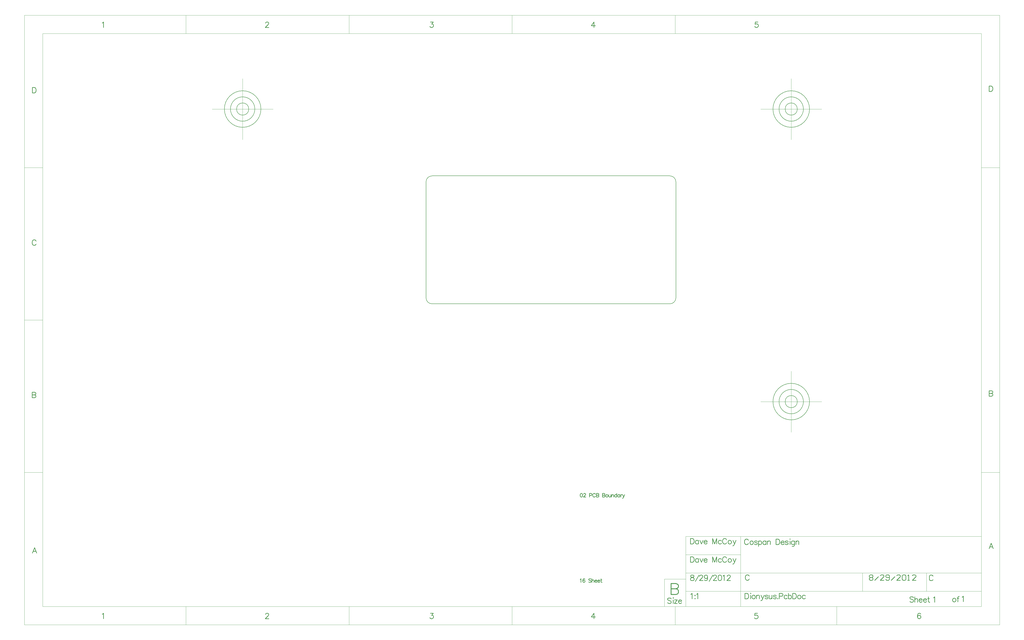
<source format=gko>
%FSLAX25Y25*%
%MOIN*%
G70*
G01*
G75*
G04 Layer_Color=16711935*
%ADD10O,0.06102X0.02165*%
%ADD11R,0.04921X0.01378*%
%ADD12O,0.07087X0.01181*%
%ADD13O,0.01181X0.07087*%
%ADD14R,0.02362X0.03937*%
%ADD15R,0.01772X0.03937*%
%ADD16R,0.07480X0.02835*%
%ADD17R,0.04921X0.07284*%
%ADD18R,0.09843X0.03543*%
%ADD19R,0.00984X0.03150*%
%ADD20R,0.07087X0.11811*%
%ADD21R,0.05118X0.09055*%
%ADD22R,0.07087X0.07480*%
%ADD23R,0.05512X0.06299*%
%ADD24R,0.05315X0.01575*%
%ADD25R,0.07874X0.04724*%
%ADD26R,0.04331X0.12598*%
%ADD27R,0.02953X0.02559*%
%ADD28R,0.02756X0.01969*%
%ADD29R,0.01969X0.02756*%
%ADD30R,0.05906X0.05118*%
%ADD31R,0.02362X0.01969*%
%ADD32R,0.02559X0.02953*%
%ADD33R,0.01969X0.02362*%
%ADD34C,0.00600*%
%ADD35C,0.01000*%
%ADD36C,0.01500*%
%ADD37C,0.02000*%
%ADD38C,0.03000*%
%ADD39C,0.00400*%
%ADD40C,0.00200*%
%ADD41C,0.01400*%
%ADD42C,0.05906*%
%ADD43C,0.03937*%
%ADD44C,0.06000*%
%ADD45C,0.02400*%
%ADD46C,0.04000*%
%ADD47C,0.06416*%
G04:AMPARAMS|DCode=48|XSize=80.157mil|YSize=80.157mil|CornerRadius=0mil|HoleSize=0mil|Usage=FLASHONLY|Rotation=0.000|XOffset=0mil|YOffset=0mil|HoleType=Round|Shape=Relief|Width=8mil|Gap=10mil|Entries=4|*
%AMTHD48*
7,0,0,0.08016,0.06016,0.00800,45*
%
%ADD48THD48*%
%ADD49C,0.08699*%
%ADD50C,0.09487*%
%ADD51C,0.14900*%
%ADD52C,0.06400*%
G04:AMPARAMS|DCode=53|XSize=80mil|YSize=80mil|CornerRadius=0mil|HoleSize=0mil|Usage=FLASHONLY|Rotation=0.000|XOffset=0mil|YOffset=0mil|HoleType=Round|Shape=Relief|Width=8mil|Gap=10mil|Entries=4|*
%AMTHD53*
7,0,0,0.08000,0.06000,0.00800,45*
%
%ADD53THD53*%
G04:AMPARAMS|DCode=54|XSize=50mil|YSize=50mil|CornerRadius=0mil|HoleSize=0mil|Usage=FLASHONLY|Rotation=0.000|XOffset=0mil|YOffset=0mil|HoleType=Round|Shape=Relief|Width=8mil|Gap=10mil|Entries=4|*
%AMTHD54*
7,0,0,0.05000,0.03000,0.00800,45*
%
%ADD54THD54*%
%ADD55C,0.03400*%
%ADD56C,0.00984*%
%ADD57C,0.02362*%
%ADD58C,0.00787*%
%ADD59C,0.00394*%
%ADD60O,0.06702X0.02765*%
%ADD61R,0.05521X0.01978*%
%ADD62O,0.07687X0.01781*%
%ADD63O,0.01781X0.07687*%
%ADD64R,0.02962X0.04537*%
%ADD65R,0.02372X0.04537*%
%ADD66R,0.08080X0.03435*%
%ADD67R,0.05521X0.07883*%
%ADD68R,0.10394X0.04095*%
%ADD69R,0.01535X0.03701*%
%ADD70R,0.07687X0.12411*%
%ADD71R,0.05718X0.09655*%
%ADD72R,0.07687X0.08080*%
%ADD73R,0.06112X0.06899*%
%ADD74R,0.05915X0.02175*%
%ADD75R,0.08474X0.05324*%
%ADD76R,0.04931X0.13198*%
%ADD77R,0.03553X0.03159*%
%ADD78R,0.03356X0.02569*%
%ADD79R,0.02569X0.03356*%
%ADD80R,0.06506X0.05718*%
%ADD81R,0.02962X0.02569*%
%ADD82R,0.03159X0.03553*%
%ADD83R,0.02569X0.02962*%
%ADD84C,0.06506*%
%ADD85C,0.04537*%
%ADD86C,0.00300*%
%ADD87C,0.06600*%
%ADD88C,0.03000*%
D34*
X610000Y-160000D02*
G03*
X610000Y-160000I-10000J0D01*
G01*
X620000D02*
G03*
X620000Y-160000I-20000J0D01*
G01*
X630000D02*
G03*
X630000Y-160000I-30000J0D01*
G01*
X610000Y320000D02*
G03*
X610000Y320000I-10000J0D01*
G01*
X620000D02*
G03*
X620000Y320000I-20000J0D01*
G01*
X630000D02*
G03*
X630000Y320000I-30000J0D01*
G01*
X-290000D02*
G03*
X-290000Y320000I-10000J0D01*
G01*
X-280000D02*
G03*
X-280000Y320000I-20000J0D01*
G01*
X-270000D02*
G03*
X-270000Y320000I-30000J0D01*
G01*
X800Y10400D02*
G03*
X10800Y400I10000J0D01*
G01*
Y210400D02*
G03*
X800Y200400I0J-10000D01*
G01*
X410800D02*
G03*
X400800Y210400I-10000J0D01*
G01*
Y400D02*
G03*
X410800Y10400I0J10000D01*
G01*
X800D02*
Y200400D01*
X10800Y400D02*
X400800D01*
X410800Y10400D02*
Y200400D01*
X10800Y210400D02*
X400800D01*
D35*
X255214Y-310501D02*
X254357Y-310787D01*
X253786Y-311644D01*
X253500Y-313072D01*
Y-313929D01*
X253786Y-315357D01*
X254357Y-316214D01*
X255214Y-316500D01*
X255785D01*
X256642Y-316214D01*
X257213Y-315357D01*
X257499Y-313929D01*
Y-313072D01*
X257213Y-311644D01*
X256642Y-310787D01*
X255785Y-310501D01*
X255214D01*
X259127Y-311930D02*
Y-311644D01*
X259413Y-311073D01*
X259699Y-310787D01*
X260270Y-310501D01*
X261413D01*
X261984Y-310787D01*
X262269Y-311073D01*
X262555Y-311644D01*
Y-312215D01*
X262269Y-312787D01*
X261698Y-313644D01*
X258842Y-316500D01*
X262841D01*
X268897Y-313644D02*
X271468D01*
X272324Y-313358D01*
X272610Y-313072D01*
X272896Y-312501D01*
Y-311644D01*
X272610Y-311073D01*
X272324Y-310787D01*
X271468Y-310501D01*
X268897D01*
Y-316500D01*
X278523Y-311930D02*
X278238Y-311358D01*
X277666Y-310787D01*
X277095Y-310501D01*
X275952D01*
X275381Y-310787D01*
X274810Y-311358D01*
X274524Y-311930D01*
X274238Y-312787D01*
Y-314215D01*
X274524Y-315072D01*
X274810Y-315643D01*
X275381Y-316214D01*
X275952Y-316500D01*
X277095D01*
X277666Y-316214D01*
X278238Y-315643D01*
X278523Y-315072D01*
X280209Y-310501D02*
Y-316500D01*
Y-310501D02*
X282779D01*
X283636Y-310787D01*
X283922Y-311073D01*
X284208Y-311644D01*
Y-312215D01*
X283922Y-312787D01*
X283636Y-313072D01*
X282779Y-313358D01*
X280209D02*
X282779D01*
X283636Y-313644D01*
X283922Y-313929D01*
X284208Y-314500D01*
Y-315357D01*
X283922Y-315929D01*
X283636Y-316214D01*
X282779Y-316500D01*
X280209D01*
X290264Y-310501D02*
Y-316500D01*
Y-310501D02*
X292834D01*
X293691Y-310787D01*
X293977Y-311073D01*
X294263Y-311644D01*
Y-312215D01*
X293977Y-312787D01*
X293691Y-313072D01*
X292834Y-313358D01*
X290264D02*
X292834D01*
X293691Y-313644D01*
X293977Y-313929D01*
X294263Y-314500D01*
Y-315357D01*
X293977Y-315929D01*
X293691Y-316214D01*
X292834Y-316500D01*
X290264D01*
X297034Y-312501D02*
X296462Y-312787D01*
X295891Y-313358D01*
X295605Y-314215D01*
Y-314786D01*
X295891Y-315643D01*
X296462Y-316214D01*
X297034Y-316500D01*
X297890D01*
X298462Y-316214D01*
X299033Y-315643D01*
X299319Y-314786D01*
Y-314215D01*
X299033Y-313358D01*
X298462Y-312787D01*
X297890Y-312501D01*
X297034D01*
X300633D02*
Y-315357D01*
X300918Y-316214D01*
X301490Y-316500D01*
X302347D01*
X302918Y-316214D01*
X303775Y-315357D01*
Y-312501D02*
Y-316500D01*
X305346Y-312501D02*
Y-316500D01*
Y-313644D02*
X306203Y-312787D01*
X306774Y-312501D01*
X307631D01*
X308203Y-312787D01*
X308488Y-313644D01*
Y-316500D01*
X313487Y-310501D02*
Y-316500D01*
Y-313358D02*
X312916Y-312787D01*
X312345Y-312501D01*
X311488D01*
X310916Y-312787D01*
X310345Y-313358D01*
X310059Y-314215D01*
Y-314786D01*
X310345Y-315643D01*
X310916Y-316214D01*
X311488Y-316500D01*
X312345D01*
X312916Y-316214D01*
X313487Y-315643D01*
X318515Y-312501D02*
Y-316500D01*
Y-313358D02*
X317943Y-312787D01*
X317372Y-312501D01*
X316515D01*
X315944Y-312787D01*
X315372Y-313358D01*
X315087Y-314215D01*
Y-314786D01*
X315372Y-315643D01*
X315944Y-316214D01*
X316515Y-316500D01*
X317372D01*
X317943Y-316214D01*
X318515Y-315643D01*
X320114Y-312501D02*
Y-316500D01*
Y-314215D02*
X320400Y-313358D01*
X320971Y-312787D01*
X321543Y-312501D01*
X322399D01*
X323228D02*
X324942Y-316500D01*
X326656Y-312501D02*
X324942Y-316500D01*
X324371Y-317643D01*
X323799Y-318214D01*
X323228Y-318500D01*
X322942D01*
X924500Y-142002D02*
Y-151000D01*
Y-142002D02*
X928356D01*
X929642Y-142430D01*
X930070Y-142859D01*
X930499Y-143716D01*
Y-144573D01*
X930070Y-145430D01*
X929642Y-145858D01*
X928356Y-146287D01*
X924500D02*
X928356D01*
X929642Y-146715D01*
X930070Y-147144D01*
X930499Y-148001D01*
Y-149286D01*
X930070Y-150143D01*
X929642Y-150572D01*
X928356Y-151000D01*
X924500D01*
X-638144Y-408500D02*
X-641572Y-399502D01*
X-645000Y-408500D01*
X-643715Y-405501D02*
X-639430D01*
X-645500Y-144502D02*
Y-153500D01*
Y-144502D02*
X-641644D01*
X-640358Y-144930D01*
X-639930Y-145359D01*
X-639501Y-146216D01*
Y-147073D01*
X-639930Y-147930D01*
X-640358Y-148358D01*
X-641644Y-148787D01*
X-645500D02*
X-641644D01*
X-640358Y-149215D01*
X-639930Y-149644D01*
X-639501Y-150501D01*
Y-151786D01*
X-639930Y-152643D01*
X-640358Y-153071D01*
X-641644Y-153500D01*
X-645500D01*
X-639073Y103356D02*
X-639501Y104213D01*
X-640358Y105070D01*
X-641215Y105498D01*
X-642929D01*
X-643786Y105070D01*
X-644643Y104213D01*
X-645072Y103356D01*
X-645500Y102070D01*
Y99928D01*
X-645072Y98642D01*
X-644643Y97785D01*
X-643786Y96929D01*
X-642929Y96500D01*
X-641215D01*
X-640358Y96929D01*
X-639501Y97785D01*
X-639073Y98642D01*
X-645000Y355498D02*
Y346500D01*
Y355498D02*
X-642001D01*
X-640715Y355070D01*
X-639858Y354213D01*
X-639430Y353356D01*
X-639001Y352070D01*
Y349928D01*
X-639430Y348642D01*
X-639858Y347785D01*
X-640715Y346929D01*
X-642001Y346500D01*
X-645000D01*
X812142Y-508287D02*
X811713Y-507430D01*
X810428Y-507002D01*
X809571D01*
X808285Y-507430D01*
X807428Y-508716D01*
X807000Y-510858D01*
Y-513001D01*
X807428Y-514715D01*
X808285Y-515571D01*
X809571Y-516000D01*
X809999D01*
X811285Y-515571D01*
X812142Y-514715D01*
X812570Y-513429D01*
Y-513001D01*
X812142Y-511715D01*
X811285Y-510858D01*
X809999Y-510430D01*
X809571D01*
X808285Y-510858D01*
X807428Y-511715D01*
X807000Y-513001D01*
X524000Y-474502D02*
Y-483500D01*
Y-474502D02*
X526999D01*
X528285Y-474930D01*
X529142Y-475787D01*
X529570Y-476644D01*
X529999Y-477930D01*
Y-480072D01*
X529570Y-481358D01*
X529142Y-482215D01*
X528285Y-483072D01*
X526999Y-483500D01*
X524000D01*
X532869Y-474502D02*
X533298Y-474930D01*
X533727Y-474502D01*
X533298Y-474073D01*
X532869Y-474502D01*
X533298Y-477501D02*
Y-483500D01*
X537454Y-477501D02*
X536597Y-477930D01*
X535740Y-478787D01*
X535312Y-480072D01*
Y-480929D01*
X535740Y-482215D01*
X536597Y-483072D01*
X537454Y-483500D01*
X538740D01*
X539597Y-483072D01*
X540454Y-482215D01*
X540882Y-480929D01*
Y-480072D01*
X540454Y-478787D01*
X539597Y-477930D01*
X538740Y-477501D01*
X537454D01*
X542853D02*
Y-483500D01*
Y-479215D02*
X544138Y-477930D01*
X544995Y-477501D01*
X546281D01*
X547138Y-477930D01*
X547566Y-479215D01*
Y-483500D01*
X550351Y-477501D02*
X552922Y-483500D01*
X555493Y-477501D02*
X552922Y-483500D01*
X552065Y-485214D01*
X551208Y-486071D01*
X550351Y-486499D01*
X549923D01*
X561706Y-478787D02*
X561278Y-477930D01*
X559992Y-477501D01*
X558707D01*
X557421Y-477930D01*
X556993Y-478787D01*
X557421Y-479644D01*
X558278Y-480072D01*
X560421Y-480501D01*
X561278Y-480929D01*
X561706Y-481786D01*
Y-482215D01*
X561278Y-483072D01*
X559992Y-483500D01*
X558707D01*
X557421Y-483072D01*
X556993Y-482215D01*
X563591Y-477501D02*
Y-481786D01*
X564020Y-483072D01*
X564877Y-483500D01*
X566162D01*
X567019Y-483072D01*
X568305Y-481786D01*
Y-477501D02*
Y-483500D01*
X575375Y-478787D02*
X574946Y-477930D01*
X573661Y-477501D01*
X572375D01*
X571090Y-477930D01*
X570661Y-478787D01*
X571090Y-479644D01*
X571947Y-480072D01*
X574089Y-480501D01*
X574946Y-480929D01*
X575375Y-481786D01*
Y-482215D01*
X574946Y-483072D01*
X573661Y-483500D01*
X572375D01*
X571090Y-483072D01*
X570661Y-482215D01*
X577689Y-482643D02*
X577260Y-483072D01*
X577689Y-483500D01*
X578117Y-483072D01*
X577689Y-482643D01*
X580088Y-479215D02*
X583944D01*
X585230Y-478787D01*
X585658Y-478358D01*
X586087Y-477501D01*
Y-476216D01*
X585658Y-475359D01*
X585230Y-474930D01*
X583944Y-474502D01*
X580088D01*
Y-483500D01*
X593242Y-478787D02*
X592385Y-477930D01*
X591528Y-477501D01*
X590243D01*
X589386Y-477930D01*
X588529Y-478787D01*
X588101Y-480072D01*
Y-480929D01*
X588529Y-482215D01*
X589386Y-483072D01*
X590243Y-483500D01*
X591528D01*
X592385Y-483072D01*
X593242Y-482215D01*
X595170Y-474502D02*
Y-483500D01*
Y-478787D02*
X596027Y-477930D01*
X596884Y-477501D01*
X598170D01*
X599027Y-477930D01*
X599884Y-478787D01*
X600312Y-480072D01*
Y-480929D01*
X599884Y-482215D01*
X599027Y-483072D01*
X598170Y-483500D01*
X596884D01*
X596027Y-483072D01*
X595170Y-482215D01*
X602240Y-474502D02*
Y-483500D01*
Y-474502D02*
X605240D01*
X606525Y-474930D01*
X607382Y-475787D01*
X607811Y-476644D01*
X608239Y-477930D01*
Y-480072D01*
X607811Y-481358D01*
X607382Y-482215D01*
X606525Y-483072D01*
X605240Y-483500D01*
X602240D01*
X612395Y-477501D02*
X611538Y-477930D01*
X610681Y-478787D01*
X610253Y-480072D01*
Y-480929D01*
X610681Y-482215D01*
X611538Y-483072D01*
X612395Y-483500D01*
X613681D01*
X614538Y-483072D01*
X615395Y-482215D01*
X615823Y-480929D01*
Y-480072D01*
X615395Y-478787D01*
X614538Y-477930D01*
X613681Y-477501D01*
X612395D01*
X622936Y-478787D02*
X622079Y-477930D01*
X621222Y-477501D01*
X619937D01*
X619080Y-477930D01*
X618223Y-478787D01*
X617794Y-480072D01*
Y-480929D01*
X618223Y-482215D01*
X619080Y-483072D01*
X619937Y-483500D01*
X621222D01*
X622079Y-483072D01*
X622936Y-482215D01*
X435000Y-476216D02*
X435857Y-475787D01*
X437142Y-474502D01*
Y-483500D01*
X442027Y-477501D02*
X441599Y-477930D01*
X442027Y-478358D01*
X442456Y-477930D01*
X442027Y-477501D01*
Y-482643D02*
X441599Y-483072D01*
X442027Y-483500D01*
X442456Y-483072D01*
X442027Y-482643D01*
X444427Y-476216D02*
X445284Y-475787D01*
X446569Y-474502D01*
Y-483500D01*
X402999Y-483287D02*
X402142Y-482430D01*
X400856Y-482002D01*
X399142D01*
X397857Y-482430D01*
X397000Y-483287D01*
Y-484144D01*
X397428Y-485001D01*
X397857Y-485430D01*
X398714Y-485858D01*
X401285Y-486715D01*
X402142Y-487144D01*
X402570Y-487572D01*
X402999Y-488429D01*
Y-489715D01*
X402142Y-490571D01*
X400856Y-491000D01*
X399142D01*
X397857Y-490571D01*
X397000Y-489715D01*
X405869Y-482002D02*
X406298Y-482430D01*
X406727Y-482002D01*
X406298Y-481573D01*
X405869Y-482002D01*
X406298Y-485001D02*
Y-491000D01*
X413025Y-485001D02*
X408312Y-491000D01*
Y-485001D02*
X413025D01*
X408312Y-491000D02*
X413025D01*
X414911Y-487572D02*
X420052D01*
Y-486715D01*
X419624Y-485858D01*
X419195Y-485430D01*
X418338Y-485001D01*
X417053D01*
X416196Y-485430D01*
X415339Y-486287D01*
X414911Y-487572D01*
Y-488429D01*
X415339Y-489715D01*
X416196Y-490571D01*
X417053Y-491000D01*
X418338D01*
X419195Y-490571D01*
X420052Y-489715D01*
X436642Y-444502D02*
X435357Y-444930D01*
X434929Y-445787D01*
Y-446644D01*
X435357Y-447501D01*
X436214Y-447930D01*
X437928Y-448358D01*
X439213Y-448787D01*
X440070Y-449644D01*
X440499Y-450501D01*
Y-451786D01*
X440070Y-452643D01*
X439642Y-453071D01*
X438356Y-453500D01*
X436642D01*
X435357Y-453071D01*
X434929Y-452643D01*
X434500Y-451786D01*
Y-450501D01*
X434929Y-449644D01*
X435785Y-448787D01*
X437071Y-448358D01*
X438785Y-447930D01*
X439642Y-447501D01*
X440070Y-446644D01*
Y-445787D01*
X439642Y-444930D01*
X438356Y-444502D01*
X436642D01*
X442513Y-454785D02*
X448511Y-444502D01*
X449540Y-446644D02*
Y-446216D01*
X449968Y-445359D01*
X450397Y-444930D01*
X451254Y-444502D01*
X452968D01*
X453824Y-444930D01*
X454253Y-445359D01*
X454681Y-446216D01*
Y-447073D01*
X454253Y-447930D01*
X453396Y-449215D01*
X449111Y-453500D01*
X455110D01*
X462694Y-447501D02*
X462265Y-448787D01*
X461409Y-449644D01*
X460123Y-450072D01*
X459695D01*
X458409Y-449644D01*
X457552Y-448787D01*
X457124Y-447501D01*
Y-447073D01*
X457552Y-445787D01*
X458409Y-444930D01*
X459695Y-444502D01*
X460123D01*
X461409Y-444930D01*
X462265Y-445787D01*
X462694Y-447501D01*
Y-449644D01*
X462265Y-451786D01*
X461409Y-453071D01*
X460123Y-453500D01*
X459266D01*
X457981Y-453071D01*
X457552Y-452215D01*
X465136Y-454785D02*
X471135Y-444502D01*
X472163Y-446644D02*
Y-446216D01*
X472592Y-445359D01*
X473020Y-444930D01*
X473877Y-444502D01*
X475591D01*
X476448Y-444930D01*
X476877Y-445359D01*
X477305Y-446216D01*
Y-447073D01*
X476877Y-447930D01*
X476020Y-449215D01*
X471735Y-453500D01*
X477734D01*
X482318Y-444502D02*
X481033Y-444930D01*
X480176Y-446216D01*
X479747Y-448358D01*
Y-449644D01*
X480176Y-451786D01*
X481033Y-453071D01*
X482318Y-453500D01*
X483175D01*
X484461Y-453071D01*
X485318Y-451786D01*
X485746Y-449644D01*
Y-448358D01*
X485318Y-446216D01*
X484461Y-444930D01*
X483175Y-444502D01*
X482318D01*
X487760Y-446216D02*
X488617Y-445787D01*
X489902Y-444502D01*
Y-453500D01*
X494787Y-446644D02*
Y-446216D01*
X495216Y-445359D01*
X495644Y-444930D01*
X496501Y-444502D01*
X498215D01*
X499072Y-444930D01*
X499500Y-445359D01*
X499929Y-446216D01*
Y-447073D01*
X499500Y-447930D01*
X498643Y-449215D01*
X494359Y-453500D01*
X500357D01*
X434500Y-414502D02*
Y-423500D01*
Y-414502D02*
X437499D01*
X438785Y-414930D01*
X439642Y-415787D01*
X440070Y-416644D01*
X440499Y-417930D01*
Y-420072D01*
X440070Y-421358D01*
X439642Y-422215D01*
X438785Y-423071D01*
X437499Y-423500D01*
X434500D01*
X447654Y-417501D02*
Y-423500D01*
Y-418787D02*
X446797Y-417930D01*
X445940Y-417501D01*
X444655D01*
X443798Y-417930D01*
X442941Y-418787D01*
X442513Y-420072D01*
Y-420929D01*
X442941Y-422215D01*
X443798Y-423071D01*
X444655Y-423500D01*
X445940D01*
X446797Y-423071D01*
X447654Y-422215D01*
X450054Y-417501D02*
X452625Y-423500D01*
X455196Y-417501D02*
X452625Y-423500D01*
X456652Y-420072D02*
X461794D01*
Y-419215D01*
X461366Y-418358D01*
X460937Y-417930D01*
X460080Y-417501D01*
X458795D01*
X457938Y-417930D01*
X457081Y-418787D01*
X456652Y-420072D01*
Y-420929D01*
X457081Y-422215D01*
X457938Y-423071D01*
X458795Y-423500D01*
X460080D01*
X460937Y-423071D01*
X461794Y-422215D01*
X470792Y-414502D02*
Y-423500D01*
Y-414502D02*
X474220Y-423500D01*
X477648Y-414502D02*
X474220Y-423500D01*
X477648Y-414502D02*
Y-423500D01*
X485360Y-418787D02*
X484504Y-417930D01*
X483647Y-417501D01*
X482361D01*
X481504Y-417930D01*
X480647Y-418787D01*
X480219Y-420072D01*
Y-420929D01*
X480647Y-422215D01*
X481504Y-423071D01*
X482361Y-423500D01*
X483647D01*
X484504Y-423071D01*
X485360Y-422215D01*
X493716Y-416644D02*
X493287Y-415787D01*
X492430Y-414930D01*
X491573Y-414502D01*
X489860D01*
X489003Y-414930D01*
X488146Y-415787D01*
X487717Y-416644D01*
X487289Y-417930D01*
Y-420072D01*
X487717Y-421358D01*
X488146Y-422215D01*
X489003Y-423071D01*
X489860Y-423500D01*
X491573D01*
X492430Y-423071D01*
X493287Y-422215D01*
X493716Y-421358D01*
X498386Y-417501D02*
X497529Y-417930D01*
X496672Y-418787D01*
X496244Y-420072D01*
Y-420929D01*
X496672Y-422215D01*
X497529Y-423071D01*
X498386Y-423500D01*
X499672D01*
X500529Y-423071D01*
X501386Y-422215D01*
X501814Y-420929D01*
Y-420072D01*
X501386Y-418787D01*
X500529Y-417930D01*
X499672Y-417501D01*
X498386D01*
X504214D02*
X506784Y-423500D01*
X509355Y-417501D02*
X506784Y-423500D01*
X505928Y-425214D01*
X505071Y-426071D01*
X504214Y-426499D01*
X503785D01*
X434500Y-384502D02*
Y-393500D01*
Y-384502D02*
X437499D01*
X438785Y-384930D01*
X439642Y-385787D01*
X440070Y-386644D01*
X440499Y-387930D01*
Y-390072D01*
X440070Y-391358D01*
X439642Y-392215D01*
X438785Y-393072D01*
X437499Y-393500D01*
X434500D01*
X447654Y-387501D02*
Y-393500D01*
Y-388787D02*
X446797Y-387930D01*
X445940Y-387501D01*
X444655D01*
X443798Y-387930D01*
X442941Y-388787D01*
X442513Y-390072D01*
Y-390929D01*
X442941Y-392215D01*
X443798Y-393072D01*
X444655Y-393500D01*
X445940D01*
X446797Y-393072D01*
X447654Y-392215D01*
X450054Y-387501D02*
X452625Y-393500D01*
X455196Y-387501D02*
X452625Y-393500D01*
X456652Y-390072D02*
X461794D01*
Y-389215D01*
X461366Y-388358D01*
X460937Y-387930D01*
X460080Y-387501D01*
X458795D01*
X457938Y-387930D01*
X457081Y-388787D01*
X456652Y-390072D01*
Y-390929D01*
X457081Y-392215D01*
X457938Y-393072D01*
X458795Y-393500D01*
X460080D01*
X460937Y-393072D01*
X461794Y-392215D01*
X470792Y-384502D02*
Y-393500D01*
Y-384502D02*
X474220Y-393500D01*
X477648Y-384502D02*
X474220Y-393500D01*
X477648Y-384502D02*
Y-393500D01*
X485360Y-388787D02*
X484504Y-387930D01*
X483647Y-387501D01*
X482361D01*
X481504Y-387930D01*
X480647Y-388787D01*
X480219Y-390072D01*
Y-390929D01*
X480647Y-392215D01*
X481504Y-393072D01*
X482361Y-393500D01*
X483647D01*
X484504Y-393072D01*
X485360Y-392215D01*
X493716Y-386644D02*
X493287Y-385787D01*
X492430Y-384930D01*
X491573Y-384502D01*
X489860D01*
X489003Y-384930D01*
X488146Y-385787D01*
X487717Y-386644D01*
X487289Y-387930D01*
Y-390072D01*
X487717Y-391358D01*
X488146Y-392215D01*
X489003Y-393072D01*
X489860Y-393500D01*
X491573D01*
X492430Y-393072D01*
X493287Y-392215D01*
X493716Y-391358D01*
X498386Y-387501D02*
X497529Y-387930D01*
X496672Y-388787D01*
X496244Y-390072D01*
Y-390929D01*
X496672Y-392215D01*
X497529Y-393072D01*
X498386Y-393500D01*
X499672D01*
X500529Y-393072D01*
X501386Y-392215D01*
X501814Y-390929D01*
Y-390072D01*
X501386Y-388787D01*
X500529Y-387930D01*
X499672Y-387501D01*
X498386D01*
X504214D02*
X506784Y-393500D01*
X509355Y-387501D02*
X506784Y-393500D01*
X505928Y-395214D01*
X505071Y-396071D01*
X504214Y-396499D01*
X503785D01*
X866642Y-482501D02*
X865785Y-482930D01*
X864929Y-483787D01*
X864500Y-485072D01*
Y-485929D01*
X864929Y-487215D01*
X865785Y-488071D01*
X866642Y-488500D01*
X867928D01*
X868785Y-488071D01*
X869642Y-487215D01*
X870070Y-485929D01*
Y-485072D01*
X869642Y-483787D01*
X868785Y-482930D01*
X867928Y-482501D01*
X866642D01*
X875469Y-479502D02*
X874612D01*
X873755Y-479930D01*
X873327Y-481216D01*
Y-488500D01*
X872041Y-482501D02*
X875041D01*
X800499Y-481287D02*
X799642Y-480430D01*
X798356Y-480002D01*
X796642D01*
X795357Y-480430D01*
X794500Y-481287D01*
Y-482144D01*
X794929Y-483001D01*
X795357Y-483430D01*
X796214Y-483858D01*
X798785Y-484715D01*
X799642Y-485144D01*
X800070Y-485572D01*
X800499Y-486429D01*
Y-487715D01*
X799642Y-488572D01*
X798356Y-489000D01*
X796642D01*
X795357Y-488572D01*
X794500Y-487715D01*
X802513Y-480002D02*
Y-489000D01*
Y-484715D02*
X803798Y-483430D01*
X804655Y-483001D01*
X805940D01*
X806797Y-483430D01*
X807226Y-484715D01*
Y-489000D01*
X809583Y-485572D02*
X814724D01*
Y-484715D01*
X814296Y-483858D01*
X813867Y-483430D01*
X813010Y-483001D01*
X811725D01*
X810868Y-483430D01*
X810011Y-484287D01*
X809583Y-485572D01*
Y-486429D01*
X810011Y-487715D01*
X810868Y-488572D01*
X811725Y-489000D01*
X813010D01*
X813867Y-488572D01*
X814724Y-487715D01*
X816652Y-485572D02*
X821794D01*
Y-484715D01*
X821366Y-483858D01*
X820937Y-483430D01*
X820080Y-483001D01*
X818795D01*
X817938Y-483430D01*
X817081Y-484287D01*
X816652Y-485572D01*
Y-486429D01*
X817081Y-487715D01*
X817938Y-488572D01*
X818795Y-489000D01*
X820080D01*
X820937Y-488572D01*
X821794Y-487715D01*
X825008Y-480002D02*
Y-487286D01*
X825436Y-488572D01*
X826293Y-489000D01*
X827150D01*
X823722Y-483001D02*
X826722D01*
X530927Y-446144D02*
X530499Y-445287D01*
X529642Y-444430D01*
X528785Y-444002D01*
X527071D01*
X526214Y-444430D01*
X525357Y-445287D01*
X524929Y-446144D01*
X524500Y-447430D01*
Y-449572D01*
X524929Y-450858D01*
X525357Y-451715D01*
X526214Y-452571D01*
X527071Y-453000D01*
X528785D01*
X529642Y-452571D01*
X530499Y-451715D01*
X530927Y-450858D01*
X728000Y-445502D02*
X729499Y-444003D01*
X732499D01*
X733998Y-445502D01*
Y-447002D01*
X732499Y-448501D01*
X733998Y-450001D01*
Y-451501D01*
X732499Y-453000D01*
X729499D01*
X728000Y-451501D01*
Y-450001D01*
X729499Y-448501D01*
X728000Y-447002D01*
Y-445502D01*
X729499Y-448501D02*
X732499D01*
X736997Y-453000D02*
X742995Y-447002D01*
X751992Y-453000D02*
X745994D01*
X751992Y-447002D01*
Y-445502D01*
X750493Y-444003D01*
X747494D01*
X745994Y-445502D01*
X754991Y-451501D02*
X756491Y-453000D01*
X759490D01*
X760989Y-451501D01*
Y-445502D01*
X759490Y-444003D01*
X756491D01*
X754991Y-445502D01*
Y-447002D01*
X756491Y-448501D01*
X760989D01*
X763988Y-453000D02*
X769986Y-447002D01*
X778983Y-453000D02*
X772986D01*
X778983Y-447002D01*
Y-445502D01*
X777484Y-444003D01*
X774485D01*
X772986Y-445502D01*
X781983D02*
X783482Y-444003D01*
X786481D01*
X787981Y-445502D01*
Y-451501D01*
X786481Y-453000D01*
X783482D01*
X781983Y-451501D01*
Y-445502D01*
X790980Y-453000D02*
X793979D01*
X792479D01*
Y-444003D01*
X790980Y-445502D01*
X804475Y-453000D02*
X798477D01*
X804475Y-447002D01*
Y-445502D01*
X802976Y-444003D01*
X799977D01*
X798477Y-445502D01*
X544642Y-507002D02*
X540357D01*
X539928Y-510858D01*
X540357Y-510430D01*
X541642Y-510001D01*
X542928D01*
X544213Y-510430D01*
X545070Y-511287D01*
X545499Y-512572D01*
Y-513429D01*
X545070Y-514715D01*
X544213Y-515571D01*
X542928Y-516000D01*
X541642D01*
X540357Y-515571D01*
X539928Y-515143D01*
X539500Y-514286D01*
X276285Y-507002D02*
X272000Y-513001D01*
X278427D01*
X276285Y-507002D02*
Y-516000D01*
X7857Y-507002D02*
X12570D01*
X9999Y-510430D01*
X11285D01*
X12142Y-510858D01*
X12570Y-511287D01*
X12999Y-512572D01*
Y-513429D01*
X12570Y-514715D01*
X11713Y-515571D01*
X10428Y-516000D01*
X9142D01*
X7857Y-515571D01*
X7429Y-515143D01*
X7000Y-514286D01*
X-262572Y-509144D02*
Y-508716D01*
X-262143Y-507859D01*
X-261715Y-507430D01*
X-260858Y-507002D01*
X-259144D01*
X-258287Y-507430D01*
X-257858Y-507859D01*
X-257430Y-508716D01*
Y-509573D01*
X-257858Y-510430D01*
X-258715Y-511715D01*
X-263000Y-516000D01*
X-257001D01*
X-530500Y-508716D02*
X-529643Y-508287D01*
X-528358Y-507002D01*
Y-516000D01*
X545142Y462998D02*
X540857D01*
X540428Y459142D01*
X540857Y459570D01*
X542142Y459999D01*
X543428D01*
X544713Y459570D01*
X545570Y458713D01*
X545999Y457428D01*
Y456571D01*
X545570Y455285D01*
X544713Y454428D01*
X543428Y454000D01*
X542142D01*
X540857Y454428D01*
X540428Y454857D01*
X540000Y455714D01*
X276285Y462998D02*
X272000Y456999D01*
X278427D01*
X276285Y462998D02*
Y454000D01*
X7857Y462998D02*
X12570D01*
X9999Y459570D01*
X11285D01*
X12142Y459142D01*
X12570Y458713D01*
X12999Y457428D01*
Y456571D01*
X12570Y455285D01*
X11713Y454428D01*
X10428Y454000D01*
X9142D01*
X7857Y454428D01*
X7429Y454857D01*
X7000Y455714D01*
X-262572Y460856D02*
Y461284D01*
X-262143Y462141D01*
X-261715Y462570D01*
X-260858Y462998D01*
X-259144D01*
X-258287Y462570D01*
X-257858Y462141D01*
X-257430Y461284D01*
Y460427D01*
X-257858Y459570D01*
X-258715Y458285D01*
X-263000Y454000D01*
X-257001D01*
X931356Y-401000D02*
X927928Y-392002D01*
X924500Y-401000D01*
X925785Y-398001D02*
X930070D01*
X529549Y-387581D02*
X529121Y-386724D01*
X528264Y-385867D01*
X527407Y-385439D01*
X525693D01*
X524836Y-385867D01*
X523979Y-386724D01*
X523551Y-387581D01*
X523122Y-388867D01*
Y-391009D01*
X523551Y-392295D01*
X523979Y-393152D01*
X524836Y-394008D01*
X525693Y-394437D01*
X527407D01*
X528264Y-394008D01*
X529121Y-393152D01*
X529549Y-392295D01*
X534220Y-388438D02*
X533363Y-388867D01*
X532506Y-389724D01*
X532077Y-391009D01*
Y-391866D01*
X532506Y-393152D01*
X533363Y-394008D01*
X534220Y-394437D01*
X535505D01*
X536362Y-394008D01*
X537219Y-393152D01*
X537647Y-391866D01*
Y-391009D01*
X537219Y-389724D01*
X536362Y-388867D01*
X535505Y-388438D01*
X534220D01*
X544332Y-389724D02*
X543903Y-388867D01*
X542618Y-388438D01*
X541332D01*
X540047Y-388867D01*
X539618Y-389724D01*
X540047Y-390581D01*
X540904Y-391009D01*
X543046Y-391438D01*
X543903Y-391866D01*
X544332Y-392723D01*
Y-393152D01*
X543903Y-394008D01*
X542618Y-394437D01*
X541332D01*
X540047Y-394008D01*
X539618Y-393152D01*
X546217Y-388438D02*
Y-397436D01*
Y-389724D02*
X547074Y-388867D01*
X547931Y-388438D01*
X549217D01*
X550073Y-388867D01*
X550930Y-389724D01*
X551359Y-391009D01*
Y-391866D01*
X550930Y-393152D01*
X550073Y-394008D01*
X549217Y-394437D01*
X547931D01*
X547074Y-394008D01*
X546217Y-393152D01*
X558429Y-388438D02*
Y-394437D01*
Y-389724D02*
X557572Y-388867D01*
X556715Y-388438D01*
X555429D01*
X554572Y-388867D01*
X553716Y-389724D01*
X553287Y-391009D01*
Y-391866D01*
X553716Y-393152D01*
X554572Y-394008D01*
X555429Y-394437D01*
X556715D01*
X557572Y-394008D01*
X558429Y-393152D01*
X560828Y-388438D02*
Y-394437D01*
Y-390152D02*
X562114Y-388867D01*
X562971Y-388438D01*
X564256D01*
X565113Y-388867D01*
X565542Y-390152D01*
Y-394437D01*
X574968Y-385439D02*
Y-394437D01*
Y-385439D02*
X577967D01*
X579253Y-385867D01*
X580110Y-386724D01*
X580538Y-387581D01*
X580967Y-388867D01*
Y-391009D01*
X580538Y-392295D01*
X580110Y-393152D01*
X579253Y-394008D01*
X577967Y-394437D01*
X574968D01*
X582981Y-391009D02*
X588122D01*
Y-390152D01*
X587694Y-389295D01*
X587265Y-388867D01*
X586409Y-388438D01*
X585123D01*
X584266Y-388867D01*
X583409Y-389724D01*
X582981Y-391009D01*
Y-391866D01*
X583409Y-393152D01*
X584266Y-394008D01*
X585123Y-394437D01*
X586409D01*
X587265Y-394008D01*
X588122Y-393152D01*
X594764Y-389724D02*
X594335Y-388867D01*
X593050Y-388438D01*
X591764D01*
X590479Y-388867D01*
X590051Y-389724D01*
X590479Y-390581D01*
X591336Y-391009D01*
X593478Y-391438D01*
X594335Y-391866D01*
X594764Y-392723D01*
Y-393152D01*
X594335Y-394008D01*
X593050Y-394437D01*
X591764D01*
X590479Y-394008D01*
X590051Y-393152D01*
X597506Y-385439D02*
X597935Y-385867D01*
X598363Y-385439D01*
X597935Y-385011D01*
X597506Y-385439D01*
X597935Y-388438D02*
Y-394437D01*
X605090Y-388438D02*
Y-395294D01*
X604662Y-396579D01*
X604233Y-397008D01*
X603376Y-397436D01*
X602091D01*
X601234Y-397008D01*
X605090Y-389724D02*
X604233Y-388867D01*
X603376Y-388438D01*
X602091D01*
X601234Y-388867D01*
X600377Y-389724D01*
X599948Y-391009D01*
Y-391866D01*
X600377Y-393152D01*
X601234Y-394008D01*
X602091Y-394437D01*
X603376D01*
X604233Y-394008D01*
X605090Y-393152D01*
X607490Y-388438D02*
Y-394437D01*
Y-390152D02*
X608775Y-388867D01*
X609632Y-388438D01*
X610918D01*
X611774Y-388867D01*
X612203Y-390152D01*
Y-394437D01*
X924500Y357998D02*
Y349000D01*
Y357998D02*
X927499D01*
X928785Y357570D01*
X929642Y356713D01*
X930070Y355856D01*
X930499Y354570D01*
Y352428D01*
X930070Y351142D01*
X929642Y350285D01*
X928785Y349429D01*
X927499Y349000D01*
X924500D01*
X-530500Y461284D02*
X-529643Y461713D01*
X-528358Y462998D01*
Y454000D01*
X833142Y-481708D02*
X833999Y-481280D01*
X835284Y-479994D01*
Y-488992D01*
X832498Y-446002D02*
X830999Y-444503D01*
X827999D01*
X826500Y-446002D01*
Y-452001D01*
X827999Y-453500D01*
X830999D01*
X832498Y-452001D01*
X880091Y-480724D02*
X880947Y-480295D01*
X882233Y-479010D01*
Y-488008D01*
X253500Y-451644D02*
X254071Y-451358D01*
X254928Y-450501D01*
Y-456500D01*
X261327Y-451358D02*
X261041Y-450787D01*
X260184Y-450501D01*
X259613D01*
X258756Y-450787D01*
X258185Y-451644D01*
X257899Y-453072D01*
Y-454500D01*
X258185Y-455643D01*
X258756Y-456214D01*
X259613Y-456500D01*
X259899D01*
X260756Y-456214D01*
X261327Y-455643D01*
X261613Y-454786D01*
Y-454500D01*
X261327Y-453644D01*
X260756Y-453072D01*
X259899Y-452786D01*
X259613D01*
X258756Y-453072D01*
X258185Y-453644D01*
X257899Y-454500D01*
X271639Y-451358D02*
X271068Y-450787D01*
X270211Y-450501D01*
X269068D01*
X268211Y-450787D01*
X267640Y-451358D01*
Y-451930D01*
X267926Y-452501D01*
X268211Y-452786D01*
X268782Y-453072D01*
X270496Y-453644D01*
X271068Y-453929D01*
X271353Y-454215D01*
X271639Y-454786D01*
Y-455643D01*
X271068Y-456214D01*
X270211Y-456500D01*
X269068D01*
X268211Y-456214D01*
X267640Y-455643D01*
X272982Y-450501D02*
Y-456500D01*
Y-453644D02*
X273838Y-452786D01*
X274410Y-452501D01*
X275267D01*
X275838Y-452786D01*
X276124Y-453644D01*
Y-456500D01*
X277695Y-454215D02*
X281123D01*
Y-453644D01*
X280837Y-453072D01*
X280551Y-452786D01*
X279980Y-452501D01*
X279123D01*
X278552Y-452786D01*
X277980Y-453358D01*
X277695Y-454215D01*
Y-454786D01*
X277980Y-455643D01*
X278552Y-456214D01*
X279123Y-456500D01*
X279980D01*
X280551Y-456214D01*
X281123Y-455643D01*
X282408Y-454215D02*
X285836D01*
Y-453644D01*
X285550Y-453072D01*
X285265Y-452786D01*
X284693Y-452501D01*
X283836D01*
X283265Y-452786D01*
X282694Y-453358D01*
X282408Y-454215D01*
Y-454786D01*
X282694Y-455643D01*
X283265Y-456214D01*
X283836Y-456500D01*
X284693D01*
X285265Y-456214D01*
X285836Y-455643D01*
X287978Y-450501D02*
Y-455357D01*
X288264Y-456214D01*
X288835Y-456500D01*
X289407D01*
X287121Y-452501D02*
X289121D01*
D39*
X550000Y-160000D02*
X600000D01*
X650000D01*
X600000Y-210000D02*
Y-160000D01*
Y-110000D01*
Y270000D02*
Y320000D01*
Y370000D01*
X550000Y320000D02*
X600000D01*
X650000D01*
X-300000Y270000D02*
Y320000D01*
Y370000D01*
X-350000Y320000D02*
X-300000D01*
X-250000D01*
D40*
X-658000Y-526000D02*
Y474000D01*
X942000D01*
Y-526000D02*
Y474000D01*
X-658000Y-526000D02*
X942000D01*
X-628000Y-496000D02*
Y444000D01*
Y-496000D02*
X912000D01*
X-658000Y-26000D02*
X-628000D01*
X912000Y-496000D02*
Y444000D01*
X-658000Y-276000D02*
X-628000D01*
X-658000Y224000D02*
X-628000D01*
X-393000Y444000D02*
Y474000D01*
X912000Y-276000D02*
X942000D01*
X912000Y224000D02*
X942000D01*
X142000Y444000D02*
Y474000D01*
X-125500Y444000D02*
Y474000D01*
X409500Y444000D02*
Y474000D01*
X-393000Y-526000D02*
Y-496000D01*
X142000Y-526000D02*
Y-496000D01*
X-125500Y-526000D02*
Y-496000D01*
X409500Y-526000D02*
Y-496000D01*
X674500Y-526000D02*
Y-496000D01*
X427000Y-411000D02*
X517000D01*
X427000Y-471000D02*
X912000D01*
X427000Y-441000D02*
X912000D01*
X427000Y-381000D02*
X517000D01*
X822000Y-471000D02*
Y-441000D01*
X717000Y-471000D02*
Y-441000D01*
X517000Y-496000D02*
Y-381000D01*
X427000Y-496000D02*
Y-381000D01*
X392000Y-451000D02*
X427000D01*
X392000Y-496000D02*
Y-451000D01*
X517000Y-381000D02*
X912000D01*
X-628000Y444000D02*
X912000D01*
D41*
X403000Y-458504D02*
Y-476500D01*
Y-458504D02*
X410713D01*
X413283Y-459361D01*
X414141Y-460218D01*
X414997Y-461932D01*
Y-463646D01*
X414141Y-465359D01*
X413283Y-466217D01*
X410713Y-467073D01*
X403000D02*
X410713D01*
X413283Y-467930D01*
X414141Y-468787D01*
X414997Y-470501D01*
Y-473072D01*
X414141Y-474786D01*
X413283Y-475643D01*
X410713Y-476500D01*
X403000D01*
M02*

</source>
